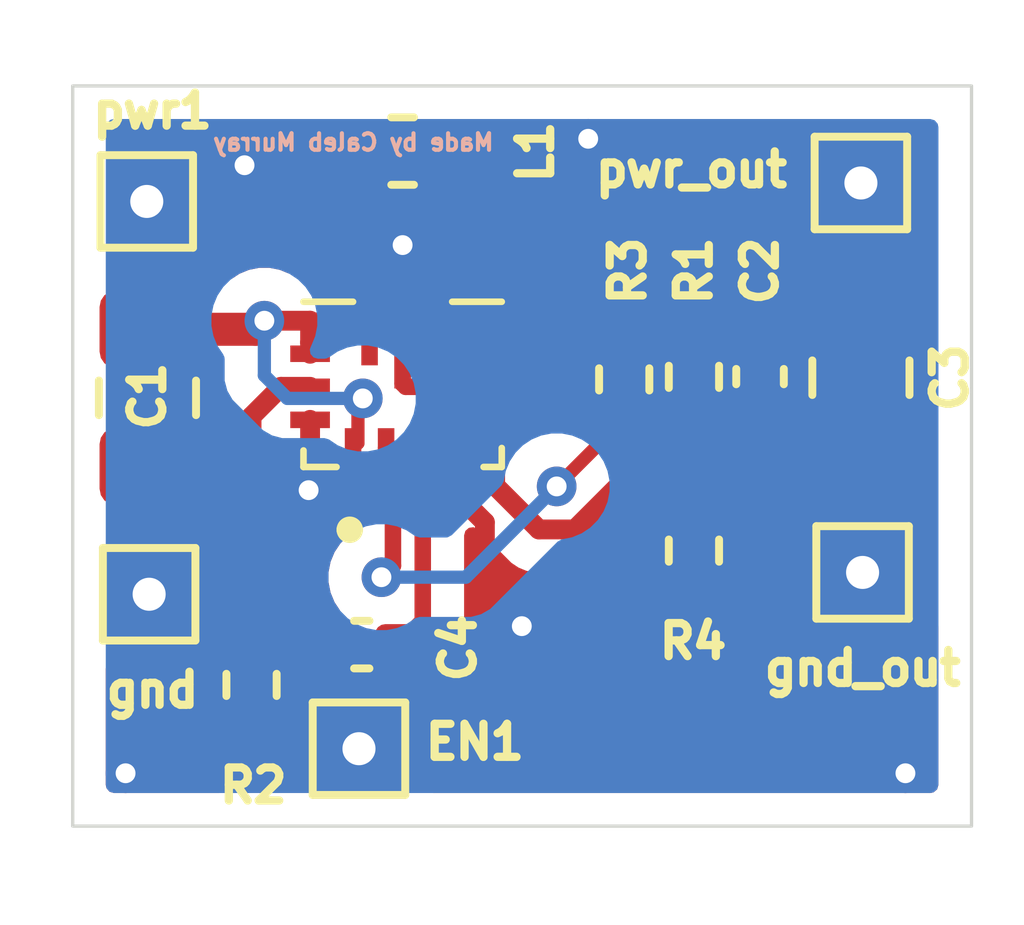
<source format=kicad_pcb>
(kicad_pcb (version 20241229) (generator "pcbnew") (generator_version "9.0")
  (layers (0 "F.Cu" signal) (2 "B.Cu" signal) (13 "F.Paste" user) (15 "B.Paste" user) (5 "F.SilkS" user "F.Silkscreen") (7 "B.SilkS" user "B.Silkscreen") (1 "F.Mask" user) (3 "B.Mask" user) (25 "Edge.Cuts" user))
  (net 0 "")
  (net 1 "Net-(IC1-PS{slash}SYNC)")
  (net 2 "GND")
  (net 3 "Net-(IC1-VAUX)")
  (net 4 "+3.3V")
  (net 5 "Net-(IC1-L1)")
  (net 6 "Net-(IC1-L2)")
  (net 7 "Net-(IC1-EN)")
  (net 8 "Net-(IC1-FB)")
  (net 9 "Net-(IC1-PG)")
  (net 10 "Net-(EN1-Pad1)")
  (footprint "TestPoint:TestPoint_THTPad_1.0x1.0mm_Drill0.5mm" (layer "F.Cu") (at 160.7566 72.4916 90)
    (property "Reference" "gnd" (at -1.4478 0.0508 180) (layer "F.SilkS") (effects (font (size 0.5 0.5) (thickness 0.125))))
    (property "Value" "gnd" (hide yes))
    (fp_line (start 0.7 -0.7) (end 0.7 0.7) (stroke (width 0.12)) (layer "F.SilkS"))
    (fp_line (start -0.7 -0.7) (end 0.7 -0.7) (stroke (width 0.12)) (layer "F.SilkS"))
    (fp_line (start 0.7 0.7) (end -0.7 0.7) (stroke (width 0.12)) (layer "F.SilkS"))
    (fp_line (start -0.7 0.7) (end -0.7 -0.7) (stroke (width 0.12)) (layer "F.SilkS"))
    (pad "1" thru_hole rect (at 0 0 90) (size 1 1) (drill 0.5) (layers "*.Cu" "*.Mask") (net 2 "GND"))
  )
  (footprint "Resistor_SMD:R_0402_1005Metric_Pad0.72x0.64mm_HandSolder" (layer "F.Cu") (at 167.9448 69.2404 90)
    (property "Reference" "R3" (at 1.6404 0.0552 90) (layer "F.SilkS") (effects (font (size 0.5 0.5) (thickness 0.125))))
    (property "Value" "100k" (hide yes))
    (fp_line (start -0.167621 -0.38) (end 0.167621 -0.38) (stroke (width 0.12)) (layer "F.SilkS"))
    (fp_line (start -0.167621 0.38) (end 0.167621 0.38) (stroke (width 0.12)) (layer "F.SilkS"))
    (pad "1" smd roundrect (at -0.5975 0 90) (size 0.715 0.64) (layers "F.Cu" "F.Mask" "F.Paste") (net 9 "Net-(IC1-PG)"))
    (pad "2" smd roundrect (at 0.5975 0 90) (size 0.715 0.64) (layers "F.Cu" "F.Mask" "F.Paste") (net 4 "+3.3V"))
  )
  (footprint "Capacitor_SMD:C_0402_1005Metric_Pad0.74x0.62mm_HandSolder" (layer "F.Cu") (at 163.9737 73.2536 180)
    (property "Reference" "C4" (at -1.4565 -0.0508 90) (layer "F.SilkS") (effects (font (size 0.5 0.5) (thickness 0.125))))
    (property "Value" "100nF" (hide yes))
    (fp_line (start -0.115835 0.36) (end 0.115835 0.36) (stroke (width 0.12)) (layer "F.SilkS"))
    (fp_line (start -0.115835 -0.36) (end 0.115835 -0.36) (stroke (width 0.12)) (layer "F.SilkS"))
    (pad "1" smd roundrect (at -0.5675 0 180) (size 0.735 0.62) (layers "F.Cu" "F.Mask" "F.Paste") (net 3 "Net-(IC1-VAUX)"))
    (pad "2" smd roundrect (at 0.5675 0 180) (size 0.735 0.62) (layers "F.Cu" "F.Mask" "F.Paste") (net 2 "GND"))
  )
  (footprint "Resistor_SMD:R_0402_1005Metric_Pad0.72x0.64mm_HandSolder" (layer "F.Cu") (at 169 71.8312 90)
    (property "Reference" "R4" (at -1.3716 -0.0138 180) (layer "F.SilkS") (effects (font (size 0.5 0.5) (thickness 0.125))))
    (property "Value" "100k" (hide yes))
    (fp_line (start -0.167621 -0.38) (end 0.167621 -0.38) (stroke (width 0.12)) (layer "F.SilkS"))
    (fp_line (start -0.167621 0.38) (end 0.167621 0.38) (stroke (width 0.12)) (layer "F.SilkS"))
    (pad "1" smd roundrect (at -0.5975 0 90) (size 0.715 0.64) (layers "F.Cu" "F.Mask" "F.Paste") (net 2 "GND"))
    (pad "2" smd roundrect (at 0.5975 0 90) (size 0.715 0.64) (layers "F.Cu" "F.Mask" "F.Paste") (net 8 "Net-(IC1-FB)"))
  )
  (footprint "TestPoint:TestPoint_THTPad_1.0x1.0mm_Drill0.5mm" (layer "F.Cu") (at 160.7208 66.548 90)
    (property "Reference" "pwr1" (at 1.3716 0.0866 180) (layer "F.SilkS") (effects (font (size 0.5 0.5) (thickness 0.125))))
    (property "Value" "pwr" (hide yes))
    (fp_line (start 0.7 -0.7) (end 0.7 0.7) (stroke (width 0.12)) (layer "F.SilkS"))
    (fp_line (start -0.7 -0.7) (end 0.7 -0.7) (stroke (width 0.12)) (layer "F.SilkS"))
    (fp_line (start 0.7 0.7) (end -0.7 0.7) (stroke (width 0.12)) (layer "F.SilkS"))
    (fp_line (start -0.7 0.7) (end -0.7 -0.7) (stroke (width 0.12)) (layer "F.SilkS"))
    (pad "1" thru_hole rect (at 0 0 90) (size 1 1) (drill 0.5) (layers "*.Cu" "*.Mask") (net 1 "Net-(IC1-PS{slash}SYNC)"))
  )
  (footprint "Capacitor_SMD:C_0402_1005Metric_Pad0.74x0.62mm_HandSolder" (layer "F.Cu") (at 170 69.1983 -90)
    (property "Reference" "C2" (at -1.5983 0 90) (layer "F.SilkS") (effects (font (size 0.5 0.5) (thickness 0.125))))
    (property "Value" "10uF" (hide yes))
    (fp_line (start -0.115835 0.36) (end 0.115835 0.36) (stroke (width 0.12)) (layer "F.SilkS"))
    (fp_line (start -0.115835 -0.36) (end 0.115835 -0.36) (stroke (width 0.12)) (layer "F.SilkS"))
    (pad "1" smd roundrect (at -0.5675 0 270) (size 0.735 0.62) (layers "F.Cu" "F.Mask" "F.Paste") (net 4 "+3.3V"))
    (pad "2" smd roundrect (at 0.5675 0 270) (size 0.735 0.62) (layers "F.Cu" "F.Mask" "F.Paste") (net 2 "GND"))
  )
  (footprint "Inductor_SMD:L_0603_1608Metric_Pad1.05x0.95mm_HandSolder" (layer "F.Cu") (at 164.592 65.786)
    (property "Reference" "L1" (at 2.008 0.014 270) (layer "F.SilkS") (effects (font (size 0.5 0.5) (thickness 0.125))))
    (property "Value" "1.5uH" (hide yes))
    (fp_line (start -0.171267 -0.51) (end 0.171267 -0.51) (stroke (width 0.12)) (layer "F.SilkS"))
    (fp_line (start -0.171267 0.51) (end 0.171267 0.51) (stroke (width 0.12)) (layer "F.SilkS"))
    (pad "1" smd roundrect (at -0.875 0) (size 1.05 0.95) (layers "F.Cu" "F.Mask" "F.Paste") (net 5 "Net-(IC1-L1)"))
    (pad "2" smd roundrect (at 0.875 0) (size 1.05 0.95) (layers "F.Cu" "F.Mask" "F.Paste") (net 6 "Net-(IC1-L2)"))
  )
  (footprint "TestPoint:TestPoint_THTPad_1.0x1.0mm_Drill0.5mm" (layer "F.Cu") (at 163.9316 74.8284)
    (property "Reference" "EN1" (at 1.7526 -0.1016 0) (layer "F.SilkS") (effects (font (size 0.5 0.5) (thickness 0.125))))
    (property "Value" "EN" (hide yes))
    (fp_line (start -0.7 -0.7) (end 0.7 -0.7) (stroke (width 0.12)) (layer "F.SilkS"))
    (fp_line (start -0.7 0.7) (end -0.7 -0.7) (stroke (width 0.12)) (layer "F.SilkS"))
    (fp_line (start 0.7 -0.7) (end 0.7 0.7) (stroke (width 0.12)) (layer "F.SilkS"))
    (fp_line (start 0.7 0.7) (end -0.7 0.7) (stroke (width 0.12)) (layer "F.SilkS"))
    (pad "1" thru_hole rect (at 0 0) (size 1 1) (drill 0.5) (layers "*.Cu" "*.Mask") (net 10 "Net-(EN1-Pad1)"))
  )
  (footprint "Capacitor_SMD:C_0805_2012Metric_Pad1.18x1.45mm_HandSolder" (layer "F.Cu") (at 171.5262 69.215 -90)
    (property "Reference" "C3" (at 0 -1.3462 90) (layer "F.SilkS") (effects (font (size 0.5 0.5) (thickness 0.125))))
    (property "Value" "47uF" (hide yes))
    (fp_line (start -0.261252 0.735) (end 0.261252 0.735) (stroke (width 0.12)) (layer "F.SilkS"))
    (fp_line (start -0.261252 -0.735) (end 0.261252 -0.735) (stroke (width 0.12)) (layer "F.SilkS"))
    (pad "1" smd roundrect (at -1.0375 0 270) (size 1.175 1.45) (layers "F.Cu" "F.Mask" "F.Paste") (roundrect_rratio 0.212766) (net 4 "+3.3V"))
    (pad "2" smd roundrect (at 1.0375 0 270) (size 1.175 1.45) (layers "F.Cu" "F.Mask" "F.Paste") (roundrect_rratio 0.212766) (net 2 "GND"))
  )
  (footprint "buck:TPS630701RNMR" (layer "F.Cu") (at 164.592 69.8408 90)
    (property "Reference" "IC1" (hide yes))
    (property "Value" "TPS630702RNMR" (hide yes))
    (fp_line (start 1.775 -1.5) (end 1.775 -0.75) (stroke (width 0.1)) (layer "F.SilkS"))
    (fp_line (start -0.725 -1.5) (end -0.475 -1.5) (stroke (width 0.1)) (layer "F.SilkS"))
    (fp_line (start -0.725 -1) (end -0.725 -1.5) (stroke (width 0.1)) (layer "F.SilkS"))
    (fp_line (start -1.675 -0.9) (end -1.675 -0.9) (stroke (width 0.2)) (layer "F.SilkS"))
    (fp_line (start -1.675 -0.7) (end -1.675 -0.7) (stroke (width 0.2)) (layer "F.SilkS"))
    (fp_line (start 1.775 0.75) (end 1.775 1.5) (stroke (width 0.1)) (layer "F.SilkS"))
    (fp_line (start -0.438 1.5) (end -0.725 1.5) (stroke (width 0.1)) (layer "F.SilkS"))
    (fp_line (start -0.725 1.5) (end -0.725 1.225) (stroke (width 0.1)) (layer "F.SilkS"))
    (fp_arc (start -1.675 -0.9) (mid -1.575 -0.8) (end -1.675 -0.7) (stroke (width 0.2)) (layer "F.SilkS"))
    (fp_arc (start -1.675 -0.7) (mid -1.775 -0.8) (end -1.675 -0.9) (stroke (width 0.2)) (layer "F.SilkS"))
    (pad "1" smd rect (at -0.438 -0.75 180) (size 0.25 0.6) (layers "F.Cu" "F.Mask" "F.Paste") (net 1 "Net-(IC1-PS{slash}SYNC)"))
    (pad "2" smd rect (at -0.438 -0.25 180) (size 0.25 0.6) (layers "F.Cu" "F.Mask" "F.Paste") (net 9 "Net-(IC1-PG)"))
    (pad "3" smd rect (at -0.438 0.25 180) (size 0.25 0.6) (layers "F.Cu" "F.Mask" "F.Paste") (net 3 "Net-(IC1-VAUX)"))
    (pad "4" smd rect (at -0.438 0.75 180) (size 0.25 0.6) (layers "F.Cu" "F.Mask" "F.Paste") (net 2 "GND"))
    (pad "5" smd rect (at -0.012 1.4 90) (size 0.25 0.6) (layers "F.Cu" "F.Mask" "F.Paste") (net 8 "Net-(IC1-FB)"))
    (pad "6" smd rect (at 0.488 1.4 90) (size 0.25 0.6) (layers "F.Cu" "F.Mask" "F.Paste") (net 2 "GND"))
    (pad "7" smd rect (at 0.988 1.4 90) (size 0.25 0.6) (layers "F.Cu" "F.Mask" "F.Paste") (net 4 "+3.3V"))
    (pad "8" smd rect (at 1.488 1.4 90) (size 0.25 0.6) (layers "F.Cu" "F.Mask" "F.Paste") (net 4 "+3.3V"))
    (pad "9" smd rect (at 1.488 0.5 180) (size 0.25 1.35) (layers "F.Cu" "F.Mask" "F.Paste") (net 6 "Net-(IC1-L2)"))
    (pad "10" smd rect (at 1.313 0 180) (size 0.25 1.7) (layers "F.Cu" "F.Mask" "F.Paste") (net 2 "GND"))
    (pad "11" smd rect (at 1.488 -0.5 180) (size 0.25 1.35) (layers "F.Cu" "F.Mask" "F.Paste") (net 5 "Net-(IC1-L1)"))
    (pad "12" smd rect (at 1.488 -1.4 90) (size 0.25 0.6) (layers "F.Cu" "F.Mask" "F.Paste") (net 1 "Net-(IC1-PS{slash}SYNC)"))
    (pad "13" smd rect (at 0.988 -1.4 90) (size 0.25 0.6) (layers "F.Cu" "F.Mask" "F.Paste") (net 1 "Net-(IC1-PS{slash}SYNC)"))
    (pad "14" smd rect (at 0.488 -1.4 90) (size 0.25 0.6) (layers "F.Cu" "F.Mask" "F.Paste") (net 7 "Net-(IC1-EN)"))
    (pad "15" smd rect (at -0.012 -1.4 90) (size 0.25 0.6) (layers "F.Cu" "F.Mask" "F.Paste") (net 2 "GND"))
    (pad "16" smd rect (at 1.238 -1.225 90) (size 0.25 0.25) (layers "F.Cu" "F.Mask" "F.Paste") (net 1 "Net-(IC1-PS{slash}SYNC)"))
    (pad "17" smd rect (at 1.238 1.225 90) (size 0.25 0.25) (layers "F.Cu" "F.Mask" "F.Paste") (net 4 "+3.3V"))
  )
  (footprint "Resistor_SMD:R_0402_1005Metric_Pad0.72x0.64mm_HandSolder" (layer "F.Cu") (at 169 69.2017 90)
    (property "Reference" "R1" (at 1.6017 0 90) (layer "F.SilkS") (effects (font (size 0.5 0.5) (thickness 0.125))))
    (property "Value" "309k" (hide yes))
    (fp_line (start -0.167621 -0.38) (end 0.167621 -0.38) (stroke (width 0.12)) (layer "F.SilkS"))
    (fp_line (start -0.167621 0.38) (end 0.167621 0.38) (stroke (width 0.12)) (layer "F.SilkS"))
    (pad "1" smd roundrect (at -0.5975 0 90) (size 0.715 0.64) (layers "F.Cu" "F.Mask" "F.Paste") (net 8 "Net-(IC1-FB)"))
    (pad "2" smd roundrect (at 0.5975 0 90) (size 0.715 0.64) (layers "F.Cu" "F.Mask" "F.Paste") (net 4 "+3.3V"))
  )
  (footprint "Resistor_SMD:R_0402_1005Metric_Pad0.72x0.64mm_HandSolder" (layer "F.Cu") (at 162.306 73.8632 90)
    (property "Reference" "R2" (at -1.524 0.0254 0) (layer "F.SilkS") (effects (font (size 0.5 0.5) (thickness 0.125))))
    (property "Value" "10k" (hide yes))
    (fp_line (start -0.167621 -0.38) (end 0.167621 -0.38) (stroke (width 0.12)) (layer "F.SilkS"))
    (fp_line (start -0.167621 0.38) (end 0.167621 0.38) (stroke (width 0.12)) (layer "F.SilkS"))
    (pad "1" smd roundrect (at -0.5975 0 90) (size 0.715 0.64) (layers "F.Cu" "F.Mask" "F.Paste") (net 10 "Net-(EN1-Pad1)"))
    (pad "2" smd roundrect (at 0.5975 0 90) (size 0.715 0.64) (layers "F.Cu" "F.Mask" "F.Paste") (net 7 "Net-(IC1-EN)"))
  )
  (footprint "TestPoint:TestPoint_THTPad_1.0x1.0mm_Drill0.5mm" (layer "F.Cu") (at 171.5262 66.2686)
    (property "Reference" "pwr_out" (at -2.5654 -0.2032 0) (layer "F.SilkS") (effects (font (size 0.5 0.5) (thickness 0.125))))
    (property "Value" "gnd" (hide yes))
    (fp_line (start -0.7 -0.7) (end 0.7 -0.7) (stroke (width 0.12)) (layer "F.SilkS"))
    (fp_line (start -0.7 0.7) (end -0.7 -0.7) (stroke (width 0.12)) (layer "F.SilkS"))
    (fp_line (start 0.7 -0.7) (end 0.7 0.7) (stroke (width 0.12)) (layer "F.SilkS"))
    (fp_line (start 0.7 0.7) (end -0.7 0.7) (stroke (width 0.12)) (layer "F.SilkS"))
    (pad "1" thru_hole rect (at 0 0) (size 1 1) (drill 0.5) (layers "*.Cu" "*.Mask") (net 4 "+3.3V"))
  )
  (footprint "TestPoint:TestPoint_THTPad_1.0x1.0mm_Drill0.5mm" (layer "F.Cu") (at 171.5516 72.1614 180)
    (property "Reference" "gnd_out" (at 0 -1.448 180) (layer "F.SilkS") (effects (font (size 0.5 0.5) (thickness 0.125))))
    (property "Value" "pwr" (hide yes))
    (fp_line (start 0.7 0.7) (end -0.7 0.7) (stroke (width 0.12)) (layer "F.SilkS"))
    (fp_line (start 0.7 -0.7) (end 0.7 0.7) (stroke (width 0.12)) (layer "F.SilkS"))
    (fp_line (start -0.7 0.7) (end -0.7 -0.7) (stroke (width 0.12)) (layer "F.SilkS"))
    (fp_line (start -0.7 -0.7) (end 0.7 -0.7) (stroke (width 0.12)) (layer "F.SilkS"))
    (pad "1" thru_hole rect (at 0 0 180) (size 1 1) (drill 0.5) (layers "*.Cu" "*.Mask") (net 2 "GND"))
  )
  (footprint "Capacitor_SMD:C_0805_2012Metric_Pad1.18x1.45mm_HandSolder" (layer "F.Cu") (at 160.7312 69.5198 -90)
    (property "Reference" "C1" (at -0.0254 0 90) (layer "F.SilkS") (effects (font (size 0.5 0.5) (thickness 0.125))))
    (property "Value" "47uF" (hide yes))
    (fp_line (start -0.261252 0.735) (end 0.261252 0.735) (stroke (width 0.12)) (layer "F.SilkS"))
    (fp_line (start -0.261252 -0.735) (end 0.261252 -0.735) (stroke (width 0.12)) (layer "F.SilkS"))
    (pad "1" smd roundrect (at -1.0375 0 270) (size 1.175 1.45) (layers "F.Cu" "F.Mask" "F.Paste") (roundrect_rratio 0.212766) (net 1 "Net-(IC1-PS{slash}SYNC)"))
    (pad "2" smd roundrect (at 1.0375 0 270) (size 1.175 1.45) (layers "F.Cu" "F.Mask" "F.Paste") (roundrect_rratio 0.212766) (net 2 "GND"))
  )
  (gr_rect (start 159.6 64.8) (end 173.2 76) (stroke (width 0.05)) (fill no) (layer "Edge.Cuts"))
  (gr_text "Made by Caleb Murray" (at 166 65.8 0) (layer "B.SilkS") (effects (font (size 0.25 0.25) (thickness 0.0625) (bold yes)) (justify left bottom mirror)))
  (segment (start 160.7312 68.4823) (end 160.7312 66.5584) (width 0.5) (layer "F.Cu") (net 1))
  (segment (start 163.989432 69.6778) (end 163.916 69.6778) (width 0.2) (layer "F.Cu") (net 1))
  (segment (start 163.192 68.6816) (end 163.2882 68.6816) (width 0.3) (layer "F.Cu") (net 1))
  (segment (start 162.3705 68.4823) (end 162.5 68.3528) (width 0.5) (layer "F.Cu") (net 1))
  (segment (start 163.916 70.2048) (end 163.842 70.2788) (width 0.2) (layer "F.Cu") (net 1))
  (segment (start 163.916 69.6778) (end 163.916 70.2048) (width 0.2) (layer "F.Cu") (net 1))
  (segment (start 163.192 68.8528) (end 163.192 68.6816) (width 0.3) (layer "F.Cu") (net 1))
  (segment (start 163.2882 68.6816) (end 163.367 68.6028) (width 0.3) (layer "F.Cu") (net 1))
  (segment (start 162.5 68.3528) (end 163.192 68.3528) (width 0.3) (layer "F.Cu") (net 1))
  (segment (start 163.192 68.3528) (end 163.192 68.6816) (width 0.3) (layer "F.Cu") (net 1))
  (segment (start 163.989432 69.528428) (end 163.989432 69.6778) (width 0.2) (layer "F.Cu") (net 1))
  (segment (start 160.7312 68.4823) (end 162.3705 68.4823) (width 0.5) (layer "F.Cu") (net 1))
  (segment (start 160.7312 66.5584) (end 160.7208 66.548) (width 0.5) (layer "F.Cu") (net 1))
  (via (at 162.5 68.3528) (size 0.6) (drill 0.3) (layers "F.Cu" "B.Cu") (net 1))
  (via (at 163.989432 69.528428) (size 0.6) (drill 0.3) (layers "F.Cu" "B.Cu") (net 1))
  (segment (start 162.5 68.3528) (end 162.5 69.1804) (width 0.2) (layer "B.Cu") (net 1))
  (segment (start 162.848028 69.528428) (end 163.989432 69.528428) (width 0.2) (layer "B.Cu") (net 1))
  (segment (start 162.5 69.1804) (end 162.848028 69.528428) (width 0.2) (layer "B.Cu") (net 1))
  (segment (start 171.0395 69.7658) (end 171.5262 70.2525) (width 0.4) (layer "F.Cu") (net 2))
  (segment (start 165.342 70.2788) (end 165.342 69.3648) (width 0.2) (layer "F.Cu") (net 2))
  (segment (start 164.592 69.3048) (end 164.592 68.5278) (width 0.25) (layer "F.Cu") (net 2))
  (segment (start 165.342 69.3648) (end 165.354 69.3528) (width 0.2) (layer "F.Cu") (net 2))
  (segment (start 160.7312 72.4662) (end 160.7566 72.4916) (width 0.5) (layer "F.Cu") (net 2))
  (segment (start 165.342 70.908374) (end 165.342 70.2788) (width 0.3) (layer "F.Cu") (net 2))
  (segment (start 164.592 68.5278) (end 164.592 67.2084) (width 0.3) (layer "F.Cu") (net 2))
  (segment (start 170 69.7658) (end 171.0395 69.7658) (width 0.4) (layer "F.Cu") (net 2))
  (segment (start 165.354 69.3528) (end 164.64 69.3528) (width 0.25) (layer "F.Cu") (net 2))
  (segment (start 165.8366 72.4154) (end 165.8366 71.402974) (width 0.3) (layer "F.Cu") (net 2))
  (segment (start 165.992 69.3528) (end 165.354 69.3528) (width 0.25) (layer "F.Cu") (net 2))
  (segment (start 165.342 70.346) (end 165.342 70.2788) (width 0.2) (layer "F.Cu") (net 2))
  (segment (start 165.8366 71.402974) (end 165.342 70.908374) (width 0.3) (layer "F.Cu") (net 2))
  (segment (start 163.192 69.8528) (end 163.192 70.8944) (width 0.3) (layer "F.Cu") (net 2))
  (segment (start 160.7312 70.5573) (end 160.7312 72.4662) (width 0.5) (layer "F.Cu") (net 2))
  (segment (start 171.5262 72.136) (end 171.5516 72.1614) (width 0.4) (layer "F.Cu") (net 2))
  (segment (start 164.64 69.3528) (end 164.592 69.3048) (width 0.25) (layer "F.Cu") (net 2))
  (segment (start 166.3954 72.9742) (end 165.8366 72.4154) (width 0.3) (layer "F.Cu") (net 2))
  (segment (start 163.192 70.8944) (end 163.1696 70.9168) (width 0.3) (layer "F.Cu") (net 2))
  (segment (start 163.1696 72.7035) (end 163.4062 72.9401) (width 0.3) (layer "F.Cu") (net 2))
  (segment (start 163.1696 72.7035) (end 163.1696 70.9168) (width 0.3) (layer "F.Cu") (net 2))
  (segment (start 171.5262 70.2525) (end 171.5262 72.136) (width 0.4) (layer "F.Cu") (net 2))
  (segment (start 163.4062 72.9401) (end 163.4062 73.2536) (width 0.3) (layer "F.Cu") (net 2))
  (via (at 162.2 66) (size 0.6) (drill 0.3) (layers "F.Cu" "B.Cu") (net 2))
  (via (at 163.1696 70.9168) (size 0.6) (drill 0.3) (layers "F.Cu" "B.Cu") (net 2))
  (via (at 160.4 75.2) (size 0.6) (drill 0.3) (layers "F.Cu" "B.Cu") (net 2))
  (via (at 164.592 67.2084) (size 0.6) (drill 0.3) (layers "F.Cu" "B.Cu") (net 2))
  (via (at 166.3954 72.9742) (size 0.6) (drill 0.3) (layers "F.Cu" "B.Cu") (net 2))
  (via (at 172.2 75.2) (size 0.6) (drill 0.3) (layers "F.Cu" "B.Cu") (net 2))
  (via (at 167.4 65.6) (size 0.6) (drill 0.3) (layers "F.Cu" "B.Cu") (net 2))
  (segment (start 164.842 71.053351) (end 164.8966 71.107951) (width 0.25) (layer "F.Cu") (net 3))
  (segment (start 164.842 70.2788) (end 164.842 71.053351) (width 0.25) (layer "F.Cu") (net 3))
  (segment (start 164.8966 71.107951) (end 164.8966 72.8982) (width 0.25) (layer "F.Cu") (net 3))
  (segment (start 164.8966 72.8982) (end 164.5412 73.2536) (width 0.25) (layer "F.Cu") (net 3))
  (segment (start 169 68.6042) (end 169.9734 68.6042) (width 0.5) (layer "F.Cu") (net 4))
  (segment (start 167.9448 68.6429) (end 168.9613 68.6429) (width 0.5) (layer "F.Cu") (net 4))
  (segment (start 171.0729 68.6308) (end 171.5262 68.1775) (width 0.5) (layer "F.Cu") (net 4))
  (segment (start 165.992 68.5804) (end 166.0144 68.6028) (width 0.4) (layer "F.Cu") (net 4))
  (segment (start 168.9613 68.6429) (end 169 68.6042) (width 0.5) (layer "F.Cu") (net 4))
  (segment (start 169.9734 68.6042) (end 170 68.6308) (width 0.5) (layer "F.Cu") (net 4))
  (segment (start 165.817 68.6028) (end 166.0144 68.6028) (width 0.4) (layer "F.Cu") (net 4))
  (segment (start 171.5262 68.1775) (end 171.5262 66.2686) (width 0.5) (layer "F.Cu") (net 4))
  (segment (start 165.992 68.3528) (end 165.992 68.5804) (width 0.4) (layer "F.Cu") (net 4))
  (segment (start 166.0144 68.6028) (end 167.5664 68.6028) (width 0.4) (layer "F.Cu") (net 4))
  (segment (start 170 68.6308) (end 171.0729 68.6308) (width 0.5) (layer "F.Cu") (net 4))
  (segment (start 163.717 65.786) (end 163.717 67.8268) (width 0.4) (layer "F.Cu") (net 5))
  (segment (start 163.717 67.8268) (end 164.041 68.1508) (width 0.4) (layer "F.Cu") (net 5))
  (segment (start 164.041 68.1508) (end 164.041 68.3528) (width 0.4) (layer "F.Cu") (net 5))
  (segment (start 165.467 65.786) (end 165.467 67.8268) (width 0.4) (layer "F.Cu") (net 6))
  (segment (start 165.143 68.1508) (end 165.143 68.3528) (width 0.4) (layer "F.Cu") (net 6))
  (segment (start 165.467 67.8268) (end 165.143 68.1508) (width 0.4) (layer "F.Cu") (net 6))
  (segment (start 163.192 69.3528) (end 162.7524 69.3528) (width 0.3) (layer "F.Cu") (net 7))
  (segment (start 162.7524 69.3528) (end 162.306 69.7992) (width 0.3) (layer "F.Cu") (net 7))
  (segment (start 162.306 69.7992) (end 162.306 73.3044) (width 0.3) (layer "F.Cu") (net 7))
  (segment (start 168.148 70.5612) (end 169 70.5612) (width 0.3) (layer "F.Cu") (net 8))
  (segment (start 169 70.5612) (end 169 71.2337) (width 0.4) (layer "F.Cu") (net 8))
  (segment (start 165.992 70.849854) (end 166.653096 71.51095) (width 0.3) (layer "F.Cu") (net 8))
  (segment (start 166.653096 71.51095) (end 167.19825 71.51095) (width 0.3) (layer "F.Cu") (net 8))
  (segment (start 169 69.7992) (end 169 70.5612) (width 0.4) (layer "F.Cu") (net 8))
  (segment (start 165.992 69.8528) (end 165.992 70.849854) (width 0.3) (layer "F.Cu") (net 8))
  (segment (start 167.19825 71.51095) (end 168.148 70.5612) (width 0.3) (layer "F.Cu") (net 8))
  (segment (start 164.342 71.191161) (end 164.342 70.2788) (width 0.25) (layer "F.Cu") (net 9))
  (segment (start 164.342 71.191161) (end 164.4456 71.294761) (width 0.25) (layer "F.Cu") (net 9))
  (segment (start 166.92275 70.85995) (end 167.9448 69.8379) (width 0.2) (layer "F.Cu") (net 9))
  (segment (start 164.4456 71.294761) (end 164.4456 72.059455) (width 0.25) (layer "F.Cu") (net 9))
  (segment (start 164.4456 72.059455) (end 164.2716 72.233455) (width 0.25) (layer "F.Cu") (net 9))
  (segment (start 164.2716 72.233455) (end 164.150993 72.354062) (width 0.25) (layer "F.Cu") (net 9))
  (via (at 164.2716 72.233455) (size 0.6) (drill 0.3) (layers "F.Cu" "B.Cu") (net 9))
  (via (at 166.92275 70.85995) (size 0.6) (drill 0.3) (layers "F.Cu" "B.Cu") (net 9))
  (segment (start 165.549245 72.233455) (end 166.92275 70.85995) (width 0.2) (layer "B.Cu") (net 9))
  (segment (start 164.2716 72.233455) (end 165.549245 72.233455) (width 0.2) (layer "B.Cu") (net 9))
  (segment (start 162.6737 74.8284) (end 162.306 74.4607) (width 0.3) (layer "F.Cu") (net 10))
  (segment (start 163.9316 74.8284) (end 162.6737 74.8284) (width 0.3) (layer "F.Cu") (net 10))
  (zone (net 2) (net_name "GND") (layer "F.Cu") (priority 1) (connect_pads (clearance 0.5)) (min_thickness 0.25) (fill yes (thermal_gap 0.5) (thermal_bridge_width 0.5))
    (polygon (pts (xy 158.5 63.5) (xy 174 63.5) (xy 174 77.5) (xy 158.5 77.5)))
  )
  (zone (net 2) (net_name "GND") (layer "B.Cu") (connect_pads (clearance 0.5)) (min_thickness 0.25) (fill yes (thermal_gap 0.5) (thermal_bridge_width 0.5))
    (polygon (pts (xy 158.5 63.5) (xy 174 63.5) (xy 174 77.5) (xy 158.5 77.5)))
  )
)
</source>
